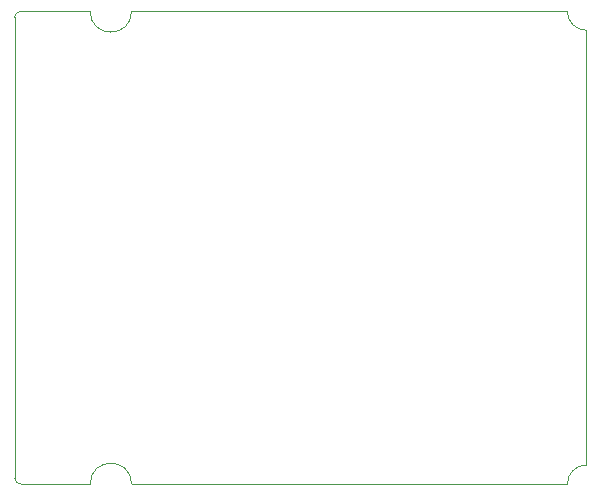
<source format=gbr>
%TF.GenerationSoftware,KiCad,Pcbnew,8.0.5*%
%TF.CreationDate,2025-01-02T11:16:24+01:00*%
%TF.ProjectId,BluetoothReceiver,426c7565-746f-46f7-9468-526563656976,rev?*%
%TF.SameCoordinates,Original*%
%TF.FileFunction,Profile,NP*%
%FSLAX46Y46*%
G04 Gerber Fmt 4.6, Leading zero omitted, Abs format (unit mm)*
G04 Created by KiCad (PCBNEW 8.0.5) date 2025-01-02 11:16:24*
%MOMM*%
%LPD*%
G01*
G04 APERTURE LIST*
%TA.AperFunction,Profile*%
%ADD10C,0.050000*%
%TD*%
G04 APERTURE END LIST*
D10*
X122100000Y-80000000D02*
X128000000Y-80000000D01*
X121600000Y-80500000D02*
G75*
G02*
X122100000Y-80000000I500000J0D01*
G01*
X122100000Y-120000000D02*
G75*
G02*
X121600000Y-119500000I0J500000D01*
G01*
X122100000Y-120000000D02*
X128000000Y-120000000D01*
X121600000Y-80500000D02*
X121600000Y-119500000D01*
X131500000Y-80000000D02*
G75*
G02*
X128000000Y-80000000I-1750000J0D01*
G01*
X170000000Y-118400000D02*
X170000000Y-81600000D01*
X131500000Y-120000000D02*
X168400000Y-120000000D01*
X170000000Y-81600000D02*
G75*
G02*
X168400000Y-80000000I-1J1599999D01*
G01*
X128000000Y-120000000D02*
G75*
G02*
X131500000Y-120000000I1750000J0D01*
G01*
X168400000Y-80000000D02*
X131500000Y-80000000D01*
X168400000Y-120000000D02*
G75*
G02*
X170000000Y-118400000I1599999J1D01*
G01*
M02*

</source>
